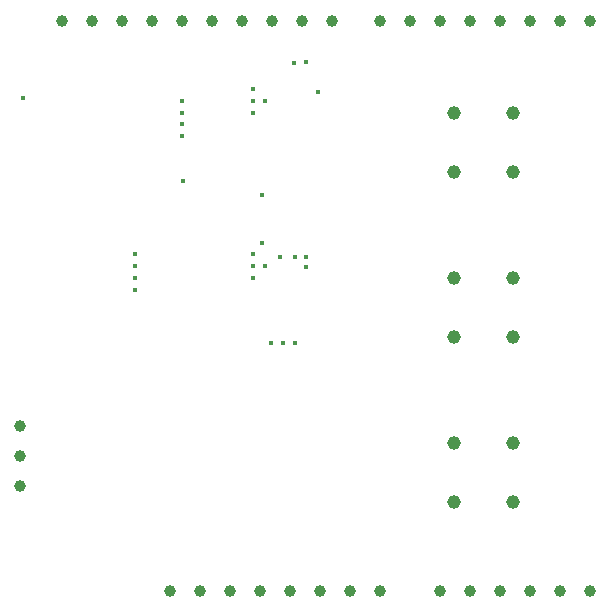
<source format=gbr>
%TF.GenerationSoftware,KiCad,Pcbnew,8.0.3+1*%
%TF.CreationDate,2024-07-01T12:39:06+00:00*%
%TF.ProjectId,dc_shield,64635f73-6869-4656-9c64-2e6b69636164,rev?*%
%TF.SameCoordinates,Original*%
%TF.FileFunction,Plated,1,4,PTH,Drill*%
%TF.FilePolarity,Positive*%
%FSLAX46Y46*%
G04 Gerber Fmt 4.6, Leading zero omitted, Abs format (unit mm)*
G04 Created by KiCad (PCBNEW 8.0.3+1) date 2024-07-01 12:39:06*
%MOMM*%
%LPD*%
G01*
G04 APERTURE LIST*
%TA.AperFunction,ViaDrill*%
%ADD10C,0.400000*%
%TD*%
%TA.AperFunction,ComponentDrill*%
%ADD11C,1.000000*%
%TD*%
%TA.AperFunction,ComponentDrill*%
%ADD12C,1.150000*%
%TD*%
G04 APERTURE END LIST*
D10*
X115500000Y-55750000D03*
X125000000Y-69000000D03*
X125000000Y-70000000D03*
X125000000Y-71000000D03*
X125000000Y-72000000D03*
X129000000Y-56000000D03*
X129000000Y-57000000D03*
X129000000Y-58000000D03*
X129000000Y-59000000D03*
X129050000Y-62800000D03*
X135000000Y-55000000D03*
X135000000Y-56000000D03*
X135000000Y-57000000D03*
X135000000Y-69000000D03*
X135000000Y-70000000D03*
X135000000Y-71000000D03*
X135750000Y-63975000D03*
X135750000Y-68000000D03*
X136000000Y-56000000D03*
X136000000Y-70000000D03*
X136500000Y-76500000D03*
X137250000Y-69250000D03*
X137500000Y-76500000D03*
X138484942Y-52765058D03*
X138500000Y-69250000D03*
X138500000Y-76500000D03*
X139500000Y-52750000D03*
X139500000Y-69250000D03*
X139500000Y-70050003D03*
X140500000Y-55250000D03*
D11*
%TO.C,U101*%
X115292500Y-83553000D03*
X115292500Y-86093000D03*
X115292500Y-88633000D03*
%TO.C,J104*%
X118796000Y-49200000D03*
X121336000Y-49200000D03*
X123876000Y-49200000D03*
X126416000Y-49200000D03*
%TO.C,J102*%
X127940000Y-97460000D03*
%TO.C,J104*%
X128956000Y-49200000D03*
%TO.C,J102*%
X130480000Y-97460000D03*
%TO.C,J104*%
X131496000Y-49200000D03*
%TO.C,J102*%
X133020000Y-97460000D03*
%TO.C,J104*%
X134036000Y-49200000D03*
%TO.C,J102*%
X135560000Y-97460000D03*
%TO.C,J104*%
X136576000Y-49200000D03*
%TO.C,J102*%
X138100000Y-97460000D03*
%TO.C,J104*%
X139116000Y-49200000D03*
%TO.C,J102*%
X140640000Y-97460000D03*
%TO.C,J104*%
X141656000Y-49200000D03*
%TO.C,J102*%
X143180000Y-97460000D03*
%TO.C,J105*%
X145720000Y-49200000D03*
%TO.C,J102*%
X145720000Y-97460000D03*
%TO.C,J105*%
X148260000Y-49200000D03*
X150800000Y-49200000D03*
%TO.C,J103*%
X150800000Y-97460000D03*
%TO.C,J105*%
X153340000Y-49200000D03*
%TO.C,J103*%
X153340000Y-97460000D03*
%TO.C,J105*%
X155880000Y-49200000D03*
%TO.C,J103*%
X155880000Y-97460000D03*
%TO.C,J105*%
X158420000Y-49200000D03*
%TO.C,J103*%
X158420000Y-97460000D03*
%TO.C,J105*%
X160960000Y-49200000D03*
%TO.C,J103*%
X160960000Y-97460000D03*
%TO.C,J105*%
X163500000Y-49200000D03*
%TO.C,J103*%
X163500000Y-97460000D03*
D12*
%TO.C,J107*%
X152000000Y-57000000D03*
X152000000Y-62000000D03*
%TO.C,J106*%
X152000000Y-71000000D03*
X152000000Y-76000000D03*
%TO.C,J101*%
X152000000Y-85000000D03*
X152000000Y-90000000D03*
%TO.C,J107*%
X157000000Y-57000000D03*
X157000000Y-62000000D03*
%TO.C,J106*%
X157000000Y-71000000D03*
X157000000Y-76000000D03*
%TO.C,J101*%
X157000000Y-85000000D03*
X157000000Y-90000000D03*
M02*

</source>
